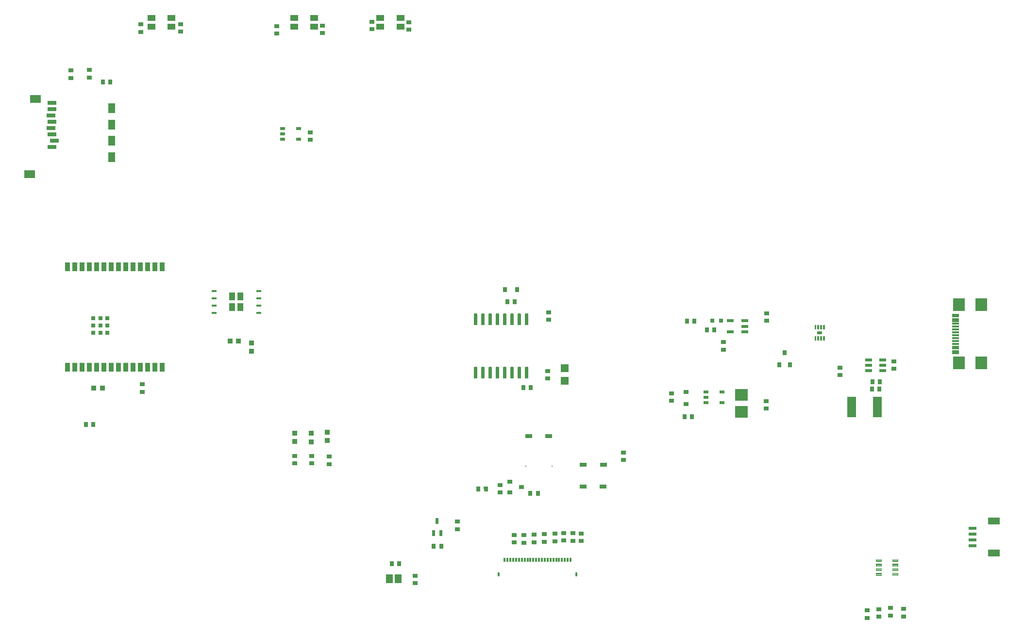
<source format=gbr>
G04 EAGLE Gerber RS-274X export*
G75*
%MOMM*%
%FSLAX34Y34*%
%LPD*%
%INSolderpaste Top*%
%IPPOS*%
%AMOC8*
5,1,8,0,0,1.08239X$1,22.5*%
G01*
G04 Define Apertures*
%ADD10R,1.400000X1.050000*%
%ADD11R,0.900000X0.700000*%
%ADD12R,1.400000X1.400000*%
%ADD13R,0.700000X0.900000*%
%ADD14R,2.200000X2.000000*%
%ADD15R,0.800000X0.800000*%
%ADD16R,1.200000X0.600000*%
%ADD17R,0.940000X0.970000*%
%ADD18R,0.970000X0.940000*%
%ADD19R,0.900000X0.800000*%
%ADD20R,1.150000X0.800000*%
%ADD21R,0.800000X0.900000*%
%ADD22R,0.900000X0.600000*%
%ADD23R,0.300000X0.800000*%
%ADD24R,0.400000X0.800000*%
%ADD25R,1.150000X0.300000*%
%ADD26R,2.000000X2.180000*%
%ADD27R,2.000000X1.200000*%
%ADD28R,1.350000X0.600000*%
%ADD29R,1.200000X1.800000*%
%ADD30R,1.900000X1.400000*%
%ADD31R,1.500000X0.700000*%
%ADD32R,0.127000X0.127000*%
%ADD33R,1.500000X3.600000*%
%ADD34R,0.500000X1.050000*%
%ADD35C,0.125000*%
%ADD36R,1.168400X1.600200*%
%ADD37R,1.010000X1.460000*%
%ADD38C,0.110000*%
%ADD39R,1.200000X0.550000*%
%ADD40C,0.147500*%
%ADD41R,0.820000X0.560000*%
%ADD42C,0.067500*%
%ADD43R,0.900000X1.500000*%
D10*
X506800Y1096590D03*
X471800Y1096590D03*
X471800Y1081590D03*
X506800Y1081590D03*
D11*
X1491700Y52100D03*
X1491700Y65100D03*
X607700Y1077100D03*
X607700Y1090100D03*
D12*
X943600Y485600D03*
X943600Y463600D03*
D11*
X1220500Y518000D03*
X1220500Y531000D03*
D13*
X1152800Y400700D03*
X1165800Y400700D03*
D11*
X1295300Y415200D03*
X1295300Y428200D03*
X1511700Y53900D03*
X1511700Y66900D03*
D13*
X1157100Y567500D03*
X1170100Y567500D03*
D14*
X1252000Y409100D03*
X1252000Y439100D03*
D11*
X1046100Y325600D03*
X1046100Y338600D03*
D13*
X1479400Y449500D03*
X1492400Y449500D03*
D11*
X204900Y1072500D03*
X204900Y1085500D03*
D13*
X1480500Y461500D03*
X1493500Y461500D03*
D11*
X441700Y1069700D03*
X441700Y1082700D03*
D13*
X883700Y267100D03*
X896700Y267100D03*
D11*
X913700Y467500D03*
X913700Y480500D03*
D13*
X138300Y985300D03*
X151300Y985300D03*
D10*
X657100Y1096590D03*
X622100Y1096590D03*
X622100Y1081590D03*
X657100Y1081590D03*
D15*
X1216000Y568700D03*
X1201000Y568700D03*
D11*
X500100Y884400D03*
X500100Y897400D03*
D16*
X1473500Y500200D03*
X1473500Y490700D03*
X1473500Y481200D03*
X1498500Y481200D03*
X1498500Y490700D03*
X1498500Y500200D03*
D17*
X397300Y514900D03*
X397300Y529900D03*
D18*
X122700Y450700D03*
X137700Y450700D03*
X360000Y532800D03*
X375000Y532800D03*
D19*
X1155200Y422900D03*
X1155200Y443900D03*
D20*
X975800Y278800D03*
X1010800Y278800D03*
X976200Y316800D03*
X1011200Y316800D03*
X880600Y366800D03*
X915600Y366800D03*
D17*
X473300Y357500D03*
X473300Y372500D03*
D21*
X839400Y622800D03*
X860400Y622800D03*
D17*
X501300Y357300D03*
X501300Y372300D03*
X529300Y359100D03*
X529300Y374100D03*
D11*
X972100Y184000D03*
X972100Y197000D03*
X855300Y181600D03*
X855300Y194600D03*
X682700Y123600D03*
X682700Y110600D03*
D13*
X642000Y144700D03*
X655000Y144700D03*
D11*
X958100Y184400D03*
X958100Y197400D03*
X942100Y184800D03*
X942100Y197800D03*
X926500Y183600D03*
X926500Y196600D03*
X908500Y182700D03*
X908500Y195700D03*
X890500Y181800D03*
X890500Y194800D03*
X872500Y180900D03*
X872500Y193900D03*
D22*
X451700Y904200D03*
X451700Y894700D03*
X451700Y885200D03*
X479700Y885200D03*
X479700Y904200D03*
X1190100Y444200D03*
X1190100Y434700D03*
X1190100Y425200D03*
X1218100Y425200D03*
X1218100Y444200D03*
D23*
X953900Y150900D03*
X948900Y150900D03*
X943900Y150900D03*
X938900Y150900D03*
X933900Y150900D03*
X928900Y150900D03*
X923900Y150900D03*
X918900Y150900D03*
X913900Y150900D03*
X908900Y150900D03*
X903900Y150900D03*
X898900Y150900D03*
X893900Y150900D03*
X888900Y150900D03*
X883900Y150900D03*
X878900Y150900D03*
X873900Y150900D03*
X868900Y150900D03*
X863900Y150900D03*
X858900Y150900D03*
X853900Y150900D03*
X848900Y150900D03*
X843900Y150900D03*
X838900Y150900D03*
D24*
X963900Y125900D03*
X828900Y125900D03*
D25*
X1625180Y512100D03*
X1625180Y520100D03*
X1625180Y533100D03*
X1625180Y543100D03*
X1625180Y548100D03*
X1625180Y558100D03*
X1625180Y571100D03*
X1625180Y579100D03*
X1625180Y576100D03*
X1625180Y568100D03*
X1625180Y563100D03*
X1625180Y553100D03*
X1625180Y538100D03*
X1625180Y528100D03*
X1625180Y523100D03*
X1625180Y515100D03*
D26*
X1670230Y494500D03*
X1670230Y596700D03*
X1630930Y494500D03*
X1630930Y596700D03*
D27*
X1691840Y162800D03*
X1691840Y218800D03*
D28*
X1655090Y175800D03*
X1655090Y185800D03*
X1655090Y195800D03*
X1655090Y205800D03*
D29*
X153500Y853824D03*
X153500Y910824D03*
D30*
X11000Y823824D03*
X21000Y955324D03*
D31*
X49500Y871824D03*
X53500Y882824D03*
X49500Y893824D03*
X47500Y904824D03*
X49500Y915824D03*
X47500Y926824D03*
X49500Y937824D03*
X49500Y948824D03*
D29*
X153500Y882324D03*
X153500Y939324D03*
D32*
X875840Y314500D03*
X921560Y314500D03*
D33*
X1443900Y418000D03*
X1488900Y418000D03*
D19*
X847600Y287600D03*
X847600Y268600D03*
X868600Y278100D03*
D21*
X1317600Y491600D03*
X1336600Y491600D03*
X1327100Y512600D03*
D34*
X714700Y197900D03*
X727700Y197900D03*
X721200Y218900D03*
D11*
X207100Y457300D03*
X207100Y444300D03*
X1471300Y49800D03*
X1471300Y62800D03*
D13*
X843600Y601900D03*
X856600Y601900D03*
D11*
X82900Y992100D03*
X82900Y1005100D03*
X1295700Y568300D03*
X1295700Y581300D03*
X1129600Y428700D03*
X1129600Y441700D03*
X756900Y204900D03*
X756900Y217900D03*
X1534500Y52300D03*
X1534500Y65300D03*
X916100Y570000D03*
X916100Y583000D03*
X1517700Y484500D03*
X1517700Y497500D03*
X1423300Y473600D03*
X1423300Y486600D03*
D13*
X1191400Y552300D03*
X1204400Y552300D03*
D11*
X830900Y268900D03*
X830900Y281900D03*
D13*
X715300Y175100D03*
X728300Y175100D03*
D11*
X114900Y992900D03*
X114900Y1005900D03*
X532900Y318100D03*
X532900Y331100D03*
X502900Y319300D03*
X502900Y332300D03*
D13*
X108500Y387100D03*
X121500Y387100D03*
D11*
X472900Y319700D03*
X472900Y332700D03*
D10*
X258000Y1096590D03*
X223000Y1096590D03*
X223000Y1081590D03*
X258000Y1081590D03*
D11*
X521300Y1070700D03*
X521300Y1083700D03*
D13*
X884300Y451600D03*
X871300Y451600D03*
D11*
X671600Y1076400D03*
X671600Y1089400D03*
D13*
G36*
X802654Y279331D02*
X809652Y279404D01*
X809746Y270405D01*
X802748Y270332D01*
X802654Y279331D01*
G37*
G36*
X789654Y279195D02*
X796652Y279268D01*
X796746Y270269D01*
X789748Y270196D01*
X789654Y279195D01*
G37*
D11*
X274100Y1073200D03*
X274100Y1086200D03*
D35*
X1515525Y148325D02*
X1524435Y148325D01*
X1515525Y148325D02*
X1515525Y152075D01*
X1524435Y152075D01*
X1524435Y148325D01*
X1524435Y149512D02*
X1515525Y149512D01*
X1515525Y150699D02*
X1524435Y150699D01*
X1524435Y151886D02*
X1515525Y151886D01*
X1515525Y140325D02*
X1524435Y140325D01*
X1515525Y140325D02*
X1515525Y144075D01*
X1524435Y144075D01*
X1524435Y140325D01*
X1524435Y141512D02*
X1515525Y141512D01*
X1515525Y142699D02*
X1524435Y142699D01*
X1524435Y143886D02*
X1515525Y143886D01*
X1515525Y132325D02*
X1524435Y132325D01*
X1515525Y132325D02*
X1515525Y136075D01*
X1524435Y136075D01*
X1524435Y132325D01*
X1524435Y133512D02*
X1515525Y133512D01*
X1515525Y134699D02*
X1524435Y134699D01*
X1524435Y135886D02*
X1515525Y135886D01*
X1515525Y124325D02*
X1524435Y124325D01*
X1515525Y124325D02*
X1515525Y128075D01*
X1524435Y128075D01*
X1524435Y124325D01*
X1524435Y125512D02*
X1515525Y125512D01*
X1515525Y126699D02*
X1524435Y126699D01*
X1524435Y127886D02*
X1515525Y127886D01*
X1495275Y124125D02*
X1486365Y124125D01*
X1486365Y127875D01*
X1495275Y127875D01*
X1495275Y124125D01*
X1495275Y125312D02*
X1486365Y125312D01*
X1486365Y126499D02*
X1495275Y126499D01*
X1495275Y127686D02*
X1486365Y127686D01*
X1486365Y132325D02*
X1495275Y132325D01*
X1486365Y132325D02*
X1486365Y136075D01*
X1495275Y136075D01*
X1495275Y132325D01*
X1495275Y133512D02*
X1486365Y133512D01*
X1486365Y134699D02*
X1495275Y134699D01*
X1495275Y135886D02*
X1486365Y135886D01*
X1486365Y140325D02*
X1495275Y140325D01*
X1486365Y140325D02*
X1486365Y144075D01*
X1495275Y144075D01*
X1495275Y140325D01*
X1495275Y141512D02*
X1486365Y141512D01*
X1486365Y142699D02*
X1495275Y142699D01*
X1495275Y143886D02*
X1486365Y143886D01*
X1486365Y148325D02*
X1495275Y148325D01*
X1486365Y148325D02*
X1486365Y152075D01*
X1495275Y152075D01*
X1495275Y148325D01*
X1495275Y149512D02*
X1486365Y149512D01*
X1486365Y150699D02*
X1495275Y150699D01*
X1495275Y151886D02*
X1486365Y151886D01*
D36*
X637980Y117900D03*
X653220Y117900D03*
D37*
X363550Y611200D03*
X378250Y611200D03*
X363550Y592000D03*
X378250Y592000D03*
D38*
X336100Y619000D02*
X327800Y619000D01*
X327800Y622300D01*
X336100Y622300D01*
X336100Y619000D01*
X336100Y620045D02*
X327800Y620045D01*
X327800Y621090D02*
X336100Y621090D01*
X336100Y622135D02*
X327800Y622135D01*
X327800Y606300D02*
X336100Y606300D01*
X327800Y606300D02*
X327800Y609600D01*
X336100Y609600D01*
X336100Y606300D01*
X336100Y607345D02*
X327800Y607345D01*
X327800Y608390D02*
X336100Y608390D01*
X336100Y609435D02*
X327800Y609435D01*
X327800Y593600D02*
X336100Y593600D01*
X327800Y593600D02*
X327800Y596900D01*
X336100Y596900D01*
X336100Y593600D01*
X336100Y594645D02*
X327800Y594645D01*
X327800Y595690D02*
X336100Y595690D01*
X336100Y596735D02*
X327800Y596735D01*
X327800Y580900D02*
X336100Y580900D01*
X327800Y580900D02*
X327800Y584200D01*
X336100Y584200D01*
X336100Y580900D01*
X336100Y581945D02*
X327800Y581945D01*
X327800Y582990D02*
X336100Y582990D01*
X336100Y584035D02*
X327800Y584035D01*
X405700Y580900D02*
X414000Y580900D01*
X405700Y580900D02*
X405700Y584200D01*
X414000Y584200D01*
X414000Y580900D01*
X414000Y581945D02*
X405700Y581945D01*
X405700Y582990D02*
X414000Y582990D01*
X414000Y584035D02*
X405700Y584035D01*
X405700Y593600D02*
X414000Y593600D01*
X405700Y593600D02*
X405700Y596900D01*
X414000Y596900D01*
X414000Y593600D01*
X414000Y594645D02*
X405700Y594645D01*
X405700Y595690D02*
X414000Y595690D01*
X414000Y596735D02*
X405700Y596735D01*
X405700Y606300D02*
X414000Y606300D01*
X405700Y606300D02*
X405700Y609600D01*
X414000Y609600D01*
X414000Y606300D01*
X414000Y607345D02*
X405700Y607345D01*
X405700Y608390D02*
X414000Y608390D01*
X414000Y609435D02*
X405700Y609435D01*
X405700Y619000D02*
X414000Y619000D01*
X405700Y619000D02*
X405700Y622300D01*
X414000Y622300D01*
X414000Y619000D01*
X414000Y620045D02*
X405700Y620045D01*
X405700Y621090D02*
X414000Y621090D01*
X414000Y622135D02*
X405700Y622135D01*
D39*
X1258101Y549300D03*
X1258101Y558800D03*
X1258101Y568300D03*
X1232099Y568300D03*
X1232099Y549300D03*
D40*
X875237Y561537D02*
X875237Y580563D01*
X879663Y580563D01*
X879663Y561537D01*
X875237Y561537D01*
X875237Y562938D02*
X879663Y562938D01*
X879663Y564339D02*
X875237Y564339D01*
X875237Y565740D02*
X879663Y565740D01*
X879663Y567141D02*
X875237Y567141D01*
X875237Y568542D02*
X879663Y568542D01*
X879663Y569943D02*
X875237Y569943D01*
X875237Y571344D02*
X879663Y571344D01*
X879663Y572745D02*
X875237Y572745D01*
X875237Y574146D02*
X879663Y574146D01*
X879663Y575547D02*
X875237Y575547D01*
X875237Y576948D02*
X879663Y576948D01*
X879663Y578349D02*
X875237Y578349D01*
X875237Y579750D02*
X879663Y579750D01*
X862537Y580563D02*
X862537Y561537D01*
X862537Y580563D02*
X866963Y580563D01*
X866963Y561537D01*
X862537Y561537D01*
X862537Y562938D02*
X866963Y562938D01*
X866963Y564339D02*
X862537Y564339D01*
X862537Y565740D02*
X866963Y565740D01*
X866963Y567141D02*
X862537Y567141D01*
X862537Y568542D02*
X866963Y568542D01*
X866963Y569943D02*
X862537Y569943D01*
X862537Y571344D02*
X866963Y571344D01*
X866963Y572745D02*
X862537Y572745D01*
X862537Y574146D02*
X866963Y574146D01*
X866963Y575547D02*
X862537Y575547D01*
X862537Y576948D02*
X866963Y576948D01*
X866963Y578349D02*
X862537Y578349D01*
X862537Y579750D02*
X866963Y579750D01*
X849837Y580563D02*
X849837Y561537D01*
X849837Y580563D02*
X854263Y580563D01*
X854263Y561537D01*
X849837Y561537D01*
X849837Y562938D02*
X854263Y562938D01*
X854263Y564339D02*
X849837Y564339D01*
X849837Y565740D02*
X854263Y565740D01*
X854263Y567141D02*
X849837Y567141D01*
X849837Y568542D02*
X854263Y568542D01*
X854263Y569943D02*
X849837Y569943D01*
X849837Y571344D02*
X854263Y571344D01*
X854263Y572745D02*
X849837Y572745D01*
X849837Y574146D02*
X854263Y574146D01*
X854263Y575547D02*
X849837Y575547D01*
X849837Y576948D02*
X854263Y576948D01*
X854263Y578349D02*
X849837Y578349D01*
X849837Y579750D02*
X854263Y579750D01*
X837137Y580563D02*
X837137Y561537D01*
X837137Y580563D02*
X841563Y580563D01*
X841563Y561537D01*
X837137Y561537D01*
X837137Y562938D02*
X841563Y562938D01*
X841563Y564339D02*
X837137Y564339D01*
X837137Y565740D02*
X841563Y565740D01*
X841563Y567141D02*
X837137Y567141D01*
X837137Y568542D02*
X841563Y568542D01*
X841563Y569943D02*
X837137Y569943D01*
X837137Y571344D02*
X841563Y571344D01*
X841563Y572745D02*
X837137Y572745D01*
X837137Y574146D02*
X841563Y574146D01*
X841563Y575547D02*
X837137Y575547D01*
X837137Y576948D02*
X841563Y576948D01*
X841563Y578349D02*
X837137Y578349D01*
X837137Y579750D02*
X841563Y579750D01*
X824437Y580563D02*
X824437Y561537D01*
X824437Y580563D02*
X828863Y580563D01*
X828863Y561537D01*
X824437Y561537D01*
X824437Y562938D02*
X828863Y562938D01*
X828863Y564339D02*
X824437Y564339D01*
X824437Y565740D02*
X828863Y565740D01*
X828863Y567141D02*
X824437Y567141D01*
X824437Y568542D02*
X828863Y568542D01*
X828863Y569943D02*
X824437Y569943D01*
X824437Y571344D02*
X828863Y571344D01*
X828863Y572745D02*
X824437Y572745D01*
X824437Y574146D02*
X828863Y574146D01*
X828863Y575547D02*
X824437Y575547D01*
X824437Y576948D02*
X828863Y576948D01*
X828863Y578349D02*
X824437Y578349D01*
X824437Y579750D02*
X828863Y579750D01*
X811737Y580563D02*
X811737Y561537D01*
X811737Y580563D02*
X816163Y580563D01*
X816163Y561537D01*
X811737Y561537D01*
X811737Y562938D02*
X816163Y562938D01*
X816163Y564339D02*
X811737Y564339D01*
X811737Y565740D02*
X816163Y565740D01*
X816163Y567141D02*
X811737Y567141D01*
X811737Y568542D02*
X816163Y568542D01*
X816163Y569943D02*
X811737Y569943D01*
X811737Y571344D02*
X816163Y571344D01*
X816163Y572745D02*
X811737Y572745D01*
X811737Y574146D02*
X816163Y574146D01*
X816163Y575547D02*
X811737Y575547D01*
X811737Y576948D02*
X816163Y576948D01*
X816163Y578349D02*
X811737Y578349D01*
X811737Y579750D02*
X816163Y579750D01*
X799037Y580563D02*
X799037Y561537D01*
X799037Y580563D02*
X803463Y580563D01*
X803463Y561537D01*
X799037Y561537D01*
X799037Y562938D02*
X803463Y562938D01*
X803463Y564339D02*
X799037Y564339D01*
X799037Y565740D02*
X803463Y565740D01*
X803463Y567141D02*
X799037Y567141D01*
X799037Y568542D02*
X803463Y568542D01*
X803463Y569943D02*
X799037Y569943D01*
X799037Y571344D02*
X803463Y571344D01*
X803463Y572745D02*
X799037Y572745D01*
X799037Y574146D02*
X803463Y574146D01*
X803463Y575547D02*
X799037Y575547D01*
X799037Y576948D02*
X803463Y576948D01*
X803463Y578349D02*
X799037Y578349D01*
X799037Y579750D02*
X803463Y579750D01*
X786337Y580563D02*
X786337Y561537D01*
X786337Y580563D02*
X790763Y580563D01*
X790763Y561537D01*
X786337Y561537D01*
X786337Y562938D02*
X790763Y562938D01*
X790763Y564339D02*
X786337Y564339D01*
X786337Y565740D02*
X790763Y565740D01*
X790763Y567141D02*
X786337Y567141D01*
X786337Y568542D02*
X790763Y568542D01*
X790763Y569943D02*
X786337Y569943D01*
X786337Y571344D02*
X790763Y571344D01*
X790763Y572745D02*
X786337Y572745D01*
X786337Y574146D02*
X790763Y574146D01*
X790763Y575547D02*
X786337Y575547D01*
X786337Y576948D02*
X790763Y576948D01*
X790763Y578349D02*
X786337Y578349D01*
X786337Y579750D02*
X790763Y579750D01*
X786337Y487463D02*
X786337Y468437D01*
X786337Y487463D02*
X790763Y487463D01*
X790763Y468437D01*
X786337Y468437D01*
X786337Y469838D02*
X790763Y469838D01*
X790763Y471239D02*
X786337Y471239D01*
X786337Y472640D02*
X790763Y472640D01*
X790763Y474041D02*
X786337Y474041D01*
X786337Y475442D02*
X790763Y475442D01*
X790763Y476843D02*
X786337Y476843D01*
X786337Y478244D02*
X790763Y478244D01*
X790763Y479645D02*
X786337Y479645D01*
X786337Y481046D02*
X790763Y481046D01*
X790763Y482447D02*
X786337Y482447D01*
X786337Y483848D02*
X790763Y483848D01*
X790763Y485249D02*
X786337Y485249D01*
X786337Y486650D02*
X790763Y486650D01*
X799037Y487463D02*
X799037Y468437D01*
X799037Y487463D02*
X803463Y487463D01*
X803463Y468437D01*
X799037Y468437D01*
X799037Y469838D02*
X803463Y469838D01*
X803463Y471239D02*
X799037Y471239D01*
X799037Y472640D02*
X803463Y472640D01*
X803463Y474041D02*
X799037Y474041D01*
X799037Y475442D02*
X803463Y475442D01*
X803463Y476843D02*
X799037Y476843D01*
X799037Y478244D02*
X803463Y478244D01*
X803463Y479645D02*
X799037Y479645D01*
X799037Y481046D02*
X803463Y481046D01*
X803463Y482447D02*
X799037Y482447D01*
X799037Y483848D02*
X803463Y483848D01*
X803463Y485249D02*
X799037Y485249D01*
X799037Y486650D02*
X803463Y486650D01*
X811737Y487463D02*
X811737Y468437D01*
X811737Y487463D02*
X816163Y487463D01*
X816163Y468437D01*
X811737Y468437D01*
X811737Y469838D02*
X816163Y469838D01*
X816163Y471239D02*
X811737Y471239D01*
X811737Y472640D02*
X816163Y472640D01*
X816163Y474041D02*
X811737Y474041D01*
X811737Y475442D02*
X816163Y475442D01*
X816163Y476843D02*
X811737Y476843D01*
X811737Y478244D02*
X816163Y478244D01*
X816163Y479645D02*
X811737Y479645D01*
X811737Y481046D02*
X816163Y481046D01*
X816163Y482447D02*
X811737Y482447D01*
X811737Y483848D02*
X816163Y483848D01*
X816163Y485249D02*
X811737Y485249D01*
X811737Y486650D02*
X816163Y486650D01*
X824437Y487463D02*
X824437Y468437D01*
X824437Y487463D02*
X828863Y487463D01*
X828863Y468437D01*
X824437Y468437D01*
X824437Y469838D02*
X828863Y469838D01*
X828863Y471239D02*
X824437Y471239D01*
X824437Y472640D02*
X828863Y472640D01*
X828863Y474041D02*
X824437Y474041D01*
X824437Y475442D02*
X828863Y475442D01*
X828863Y476843D02*
X824437Y476843D01*
X824437Y478244D02*
X828863Y478244D01*
X828863Y479645D02*
X824437Y479645D01*
X824437Y481046D02*
X828863Y481046D01*
X828863Y482447D02*
X824437Y482447D01*
X824437Y483848D02*
X828863Y483848D01*
X828863Y485249D02*
X824437Y485249D01*
X824437Y486650D02*
X828863Y486650D01*
X837137Y487463D02*
X837137Y468437D01*
X837137Y487463D02*
X841563Y487463D01*
X841563Y468437D01*
X837137Y468437D01*
X837137Y469838D02*
X841563Y469838D01*
X841563Y471239D02*
X837137Y471239D01*
X837137Y472640D02*
X841563Y472640D01*
X841563Y474041D02*
X837137Y474041D01*
X837137Y475442D02*
X841563Y475442D01*
X841563Y476843D02*
X837137Y476843D01*
X837137Y478244D02*
X841563Y478244D01*
X841563Y479645D02*
X837137Y479645D01*
X837137Y481046D02*
X841563Y481046D01*
X841563Y482447D02*
X837137Y482447D01*
X837137Y483848D02*
X841563Y483848D01*
X841563Y485249D02*
X837137Y485249D01*
X837137Y486650D02*
X841563Y486650D01*
X849837Y487463D02*
X849837Y468437D01*
X849837Y487463D02*
X854263Y487463D01*
X854263Y468437D01*
X849837Y468437D01*
X849837Y469838D02*
X854263Y469838D01*
X854263Y471239D02*
X849837Y471239D01*
X849837Y472640D02*
X854263Y472640D01*
X854263Y474041D02*
X849837Y474041D01*
X849837Y475442D02*
X854263Y475442D01*
X854263Y476843D02*
X849837Y476843D01*
X849837Y478244D02*
X854263Y478244D01*
X854263Y479645D02*
X849837Y479645D01*
X849837Y481046D02*
X854263Y481046D01*
X854263Y482447D02*
X849837Y482447D01*
X849837Y483848D02*
X854263Y483848D01*
X854263Y485249D02*
X849837Y485249D01*
X849837Y486650D02*
X854263Y486650D01*
X862537Y487463D02*
X862537Y468437D01*
X862537Y487463D02*
X866963Y487463D01*
X866963Y468437D01*
X862537Y468437D01*
X862537Y469838D02*
X866963Y469838D01*
X866963Y471239D02*
X862537Y471239D01*
X862537Y472640D02*
X866963Y472640D01*
X866963Y474041D02*
X862537Y474041D01*
X862537Y475442D02*
X866963Y475442D01*
X866963Y476843D02*
X862537Y476843D01*
X862537Y478244D02*
X866963Y478244D01*
X866963Y479645D02*
X862537Y479645D01*
X862537Y481046D02*
X866963Y481046D01*
X866963Y482447D02*
X862537Y482447D01*
X862537Y483848D02*
X866963Y483848D01*
X866963Y485249D02*
X862537Y485249D01*
X862537Y486650D02*
X866963Y486650D01*
X875237Y487463D02*
X875237Y468437D01*
X875237Y487463D02*
X879663Y487463D01*
X879663Y468437D01*
X875237Y468437D01*
X875237Y469838D02*
X879663Y469838D01*
X879663Y471239D02*
X875237Y471239D01*
X875237Y472640D02*
X879663Y472640D01*
X879663Y474041D02*
X875237Y474041D01*
X875237Y475442D02*
X879663Y475442D01*
X879663Y476843D02*
X875237Y476843D01*
X875237Y478244D02*
X879663Y478244D01*
X879663Y479645D02*
X875237Y479645D01*
X875237Y481046D02*
X879663Y481046D01*
X879663Y482447D02*
X875237Y482447D01*
X875237Y483848D02*
X879663Y483848D01*
X879663Y485249D02*
X875237Y485249D01*
X875237Y486650D02*
X879663Y486650D01*
D41*
X1387800Y547700D03*
D42*
X1381313Y541313D02*
X1381313Y534387D01*
X1379287Y534387D01*
X1379287Y541313D01*
X1381313Y541313D01*
X1381313Y535028D02*
X1379287Y535028D01*
X1379287Y535669D02*
X1381313Y535669D01*
X1381313Y536310D02*
X1379287Y536310D01*
X1379287Y536951D02*
X1381313Y536951D01*
X1381313Y537592D02*
X1379287Y537592D01*
X1379287Y538233D02*
X1381313Y538233D01*
X1381313Y538874D02*
X1379287Y538874D01*
X1379287Y539515D02*
X1381313Y539515D01*
X1381313Y540156D02*
X1379287Y540156D01*
X1379287Y540797D02*
X1381313Y540797D01*
X1386313Y541313D02*
X1386313Y534387D01*
X1384287Y534387D01*
X1384287Y541313D01*
X1386313Y541313D01*
X1386313Y535028D02*
X1384287Y535028D01*
X1384287Y535669D02*
X1386313Y535669D01*
X1386313Y536310D02*
X1384287Y536310D01*
X1384287Y536951D02*
X1386313Y536951D01*
X1386313Y537592D02*
X1384287Y537592D01*
X1384287Y538233D02*
X1386313Y538233D01*
X1386313Y538874D02*
X1384287Y538874D01*
X1384287Y539515D02*
X1386313Y539515D01*
X1386313Y540156D02*
X1384287Y540156D01*
X1384287Y540797D02*
X1386313Y540797D01*
X1391313Y541313D02*
X1391313Y534387D01*
X1389287Y534387D01*
X1389287Y541313D01*
X1391313Y541313D01*
X1391313Y535028D02*
X1389287Y535028D01*
X1389287Y535669D02*
X1391313Y535669D01*
X1391313Y536310D02*
X1389287Y536310D01*
X1389287Y536951D02*
X1391313Y536951D01*
X1391313Y537592D02*
X1389287Y537592D01*
X1389287Y538233D02*
X1391313Y538233D01*
X1391313Y538874D02*
X1389287Y538874D01*
X1389287Y539515D02*
X1391313Y539515D01*
X1391313Y540156D02*
X1389287Y540156D01*
X1389287Y540797D02*
X1391313Y540797D01*
X1396313Y541313D02*
X1396313Y534387D01*
X1394287Y534387D01*
X1394287Y541313D01*
X1396313Y541313D01*
X1396313Y535028D02*
X1394287Y535028D01*
X1394287Y535669D02*
X1396313Y535669D01*
X1396313Y536310D02*
X1394287Y536310D01*
X1394287Y536951D02*
X1396313Y536951D01*
X1396313Y537592D02*
X1394287Y537592D01*
X1394287Y538233D02*
X1396313Y538233D01*
X1396313Y538874D02*
X1394287Y538874D01*
X1394287Y539515D02*
X1396313Y539515D01*
X1396313Y540156D02*
X1394287Y540156D01*
X1394287Y540797D02*
X1396313Y540797D01*
X1396313Y554087D02*
X1396313Y561013D01*
X1396313Y554087D02*
X1394287Y554087D01*
X1394287Y561013D01*
X1396313Y561013D01*
X1396313Y554728D02*
X1394287Y554728D01*
X1394287Y555369D02*
X1396313Y555369D01*
X1396313Y556010D02*
X1394287Y556010D01*
X1394287Y556651D02*
X1396313Y556651D01*
X1396313Y557292D02*
X1394287Y557292D01*
X1394287Y557933D02*
X1396313Y557933D01*
X1396313Y558574D02*
X1394287Y558574D01*
X1394287Y559215D02*
X1396313Y559215D01*
X1396313Y559856D02*
X1394287Y559856D01*
X1394287Y560497D02*
X1396313Y560497D01*
X1391313Y561013D02*
X1391313Y554087D01*
X1389287Y554087D01*
X1389287Y561013D01*
X1391313Y561013D01*
X1391313Y554728D02*
X1389287Y554728D01*
X1389287Y555369D02*
X1391313Y555369D01*
X1391313Y556010D02*
X1389287Y556010D01*
X1389287Y556651D02*
X1391313Y556651D01*
X1391313Y557292D02*
X1389287Y557292D01*
X1389287Y557933D02*
X1391313Y557933D01*
X1391313Y558574D02*
X1389287Y558574D01*
X1389287Y559215D02*
X1391313Y559215D01*
X1391313Y559856D02*
X1389287Y559856D01*
X1389287Y560497D02*
X1391313Y560497D01*
X1386313Y561013D02*
X1386313Y554087D01*
X1384287Y554087D01*
X1384287Y561013D01*
X1386313Y561013D01*
X1386313Y554728D02*
X1384287Y554728D01*
X1384287Y555369D02*
X1386313Y555369D01*
X1386313Y556010D02*
X1384287Y556010D01*
X1384287Y556651D02*
X1386313Y556651D01*
X1386313Y557292D02*
X1384287Y557292D01*
X1384287Y557933D02*
X1386313Y557933D01*
X1386313Y558574D02*
X1384287Y558574D01*
X1384287Y559215D02*
X1386313Y559215D01*
X1386313Y559856D02*
X1384287Y559856D01*
X1384287Y560497D02*
X1386313Y560497D01*
X1381313Y561013D02*
X1381313Y554087D01*
X1379287Y554087D01*
X1379287Y561013D01*
X1381313Y561013D01*
X1381313Y554728D02*
X1379287Y554728D01*
X1379287Y555369D02*
X1381313Y555369D01*
X1381313Y556010D02*
X1379287Y556010D01*
X1379287Y556651D02*
X1381313Y556651D01*
X1381313Y557292D02*
X1379287Y557292D01*
X1379287Y557933D02*
X1381313Y557933D01*
X1381313Y558574D02*
X1379287Y558574D01*
X1379287Y559215D02*
X1381313Y559215D01*
X1381313Y559856D02*
X1379287Y559856D01*
X1379287Y560497D02*
X1381313Y560497D01*
D43*
X76800Y487500D03*
X89500Y487500D03*
X102200Y487500D03*
X114900Y487500D03*
X127600Y487500D03*
X140300Y487500D03*
X153000Y487500D03*
X165700Y487500D03*
X178400Y487500D03*
X191100Y487500D03*
X203800Y487500D03*
X216500Y487500D03*
X229200Y487500D03*
X241900Y487500D03*
X241900Y662500D03*
X229200Y662500D03*
X216500Y662500D03*
X203800Y662500D03*
X191100Y662500D03*
X178400Y662500D03*
X165700Y662500D03*
X153000Y662500D03*
X140300Y662500D03*
X127600Y662500D03*
X114900Y662500D03*
X102200Y662500D03*
X89500Y662500D03*
X76800Y662500D03*
D15*
X134000Y559950D03*
X121500Y547450D03*
X121500Y559950D03*
X121500Y572450D03*
X134000Y547450D03*
X134000Y572450D03*
X146500Y547450D03*
X146500Y559950D03*
X146500Y572450D03*
M02*

</source>
